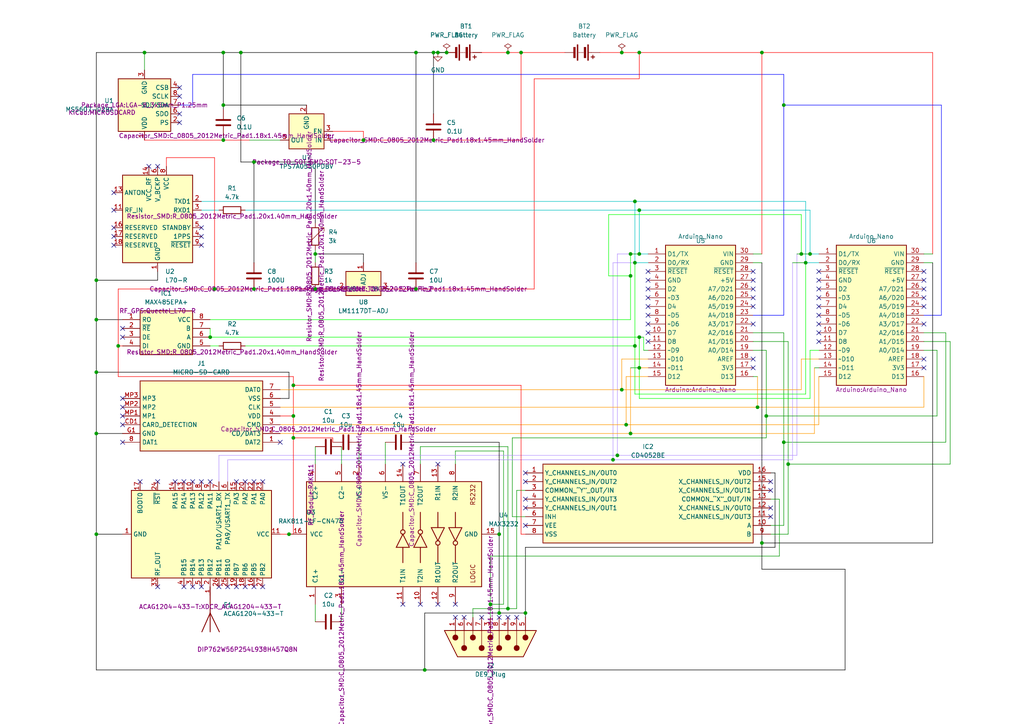
<source format=kicad_sch>
(kicad_sch (version 20231120) (generator "eeschema") (generator_version "8.0")
  (paper "A4")
  (lib_symbols
    (symbol "ACAG1204-433-T:ACAG1204-433-T" (pin_names (offset 1.016))
      (property "Reference" "E" (at 2.8004 5.8496 0))
      (property "Value" "ACAG1204-433-T" (at 2.6732 3.813 0))
      (symbol "ACAG1204-433-T_0_0"
        (pin input line (at 0 -5.08 90) (length 2.54) (name "~") (number "1"))
      )
    )
    (symbol "Arduino:Arduino_Nano"
      (property "Reference" "U" (at -10.16 24.13 0))
      (property "Value" "Arduino_Nano" (at -10.16 22.86 0))
      (symbol "Arduino_Nano_1_1"
        (pin bidirectional line (at -15.24 17.78 0) (length 5.08) (name "D1/TX") (number "1"))
        (pin bidirectional line (at -15.24 -5.08 0) (length 5.08) (name "D7") (number "10"))
        (pin bidirectional line (at -15.24 -7.62 0) (length 5.08) (name "D8") (number "11"))
        (pin bidirectional line (at -15.24 -10.16 0) (length 5.08) (name "~D9") (number "12"))
        (pin bidirectional line (at -15.24 -12.7 0) (length 5.08) (name "~D10") (number "13"))
        (pin bidirectional line (at -15.24 -15.24 0) (length 5.08) (name "~D11") (number "14"))
        (pin bidirectional line (at -15.24 -17.78 0) (length 5.08) (name "D12") (number "15"))
        (pin bidirectional line (at 15.24 -17.78 180) (length 5.08) (name "D13") (number "16"))
        (pin power_out line (at 15.24 -15.24 180) (length 5.08) (name "3V3") (number "17"))
        (pin input line (at 15.24 -12.7 180) (length 5.08) (name "AREF") (number "18"))
        (pin bidirectional line (at 15.24 -10.16 180) (length 5.08) (name "A0/D14") (number "19"))
        (pin bidirectional line (at -15.24 15.24 0) (length 5.08) (name "D0/RX") (number "2"))
        (pin bidirectional line (at 15.24 -7.62 180) (length 5.08) (name "A1/D15") (number "20"))
        (pin bidirectional line (at 15.24 -5.08 180) (length 5.08) (name "A2/D16") (number "21"))
        (pin bidirectional line (at 15.24 -2.54 180) (length 5.08) (name "A3/D17") (number "22"))
        (pin bidirectional line (at 15.24 0 180) (length 5.08) (name "A4/D18") (number "23"))
        (pin bidirectional line (at 15.24 2.54 180) (length 5.08) (name "A5/D19") (number "24"))
        (pin bidirectional line (at 15.24 5.08 180) (length 5.08) (name "A6/D20") (number "25"))
        (pin bidirectional line (at 15.24 7.62 180) (length 5.08) (name "A7/D21") (number "26"))
        (pin power_out line (at 15.24 10.16 180) (length 5.08) (name "+5V") (number "27"))
        (pin input line (at 15.24 12.7 180) (length 5.08) (name "~{RESET}") (number "28"))
        (pin power_in line (at 15.24 15.24 180) (length 5.08) (name "GND") (number "29"))
        (pin input line (at -15.24 12.7 0) (length 5.08) (name "~{RESET}") (number "3"))
        (pin power_in line (at 15.24 17.78 180) (length 5.08) (name "VIN") (number "30"))
        (pin power_in line (at -15.24 10.16 0) (length 5.08) (name "GND") (number "4"))
        (pin bidirectional line (at -15.24 7.62 0) (length 5.08) (name "D2") (number "5"))
        (pin bidirectional line (at -15.24 5.08 0) (length 5.08) (name "~D3") (number "6"))
        (pin bidirectional line (at -15.24 2.54 0) (length 5.08) (name "D4") (number "7"))
        (pin bidirectional line (at -15.24 0 0) (length 5.08) (name "~D5") (number "8"))
        (pin bidirectional line (at -15.24 -2.54 0) (length 5.08) (name "~D6") (number "9"))
      )
    )
    (symbol "CD4052BE Multiplexer:CD4052BE"
      (property "Reference" "IC" (at 67.31 7.62 0))
      (property "Value" "CD4052BE" (at 67.31 5.08 0))
      (symbol "CD4052BE_1_1"
        (pin passive line (at 0 0 0) (length 5.08) (name "Y_CHANNELS_IN/OUT0") (number "1"))
        (pin passive line (at 71.12 -15.24 180) (length 5.08) (name "A") (number "10"))
        (pin passive line (at 71.12 -12.7 180) (length 5.08) (name "X_CHANNELS_IN/OUT3") (number "11"))
        (pin passive line (at 71.12 -10.16 180) (length 5.08) (name "X_CHANNELS_IN/OUT0") (number "12"))
        (pin passive line (at 71.12 -7.62 180) (length 5.08) (name "COMMON_“X”_OUT/IN") (number "13"))
        (pin passive line (at 71.12 -5.08 180) (length 5.08) (name "X_CHANNELS_IN/OUT1") (number "14"))
        (pin passive line (at 71.12 -2.54 180) (length 5.08) (name "X_CHANNELS_IN/OUT2") (number "15"))
        (pin passive line (at 71.12 0 180) (length 5.08) (name "VDD") (number "16"))
        (pin passive line (at 0 -2.54 0) (length 5.08) (name "Y_CHANNELS_IN/OUT2") (number "2"))
        (pin passive line (at 0 -5.08 0) (length 5.08) (name "COMMON_“Y”_OUT/IN") (number "3"))
        (pin passive line (at 0 -7.62 0) (length 5.08) (name "Y_CHANNELS_IN/OUT3") (number "4"))
        (pin passive line (at 0 -10.16 0) (length 5.08) (name "Y_CHANNELS_IN/OUT1") (number "5"))
        (pin passive line (at 0 -12.7 0) (length 5.08) (name "INH") (number "6"))
        (pin passive line (at 0 -15.24 0) (length 5.08) (name "VEE") (number "7"))
        (pin passive line (at 0 -17.78 0) (length 5.08) (name "VSS") (number "8"))
        (pin passive line (at 71.12 -17.78 180) (length 5.08) (name "B") (number "9"))
      )
    )
    (symbol "Connector:DE9_Plug" (pin_names (offset 1.016) hide)
      (property "Reference" "J" (at 0 13.97 0))
      (property "Value" "DE9_Plug" (at 0 -14.605 0))
      (symbol "DE9_Plug_1_1"
        (pin passive line (at -7.62 -10.16 0) (length 3.81) (name "1") (number "1"))
        (pin passive line (at -7.62 -5.08 0) (length 3.81) (name "2") (number "2"))
        (pin passive line (at -7.62 0 0) (length 3.81) (name "3") (number "3"))
        (pin passive line (at -7.62 5.08 0) (length 3.81) (name "4") (number "4"))
        (pin passive line (at -7.62 10.16 0) (length 3.81) (name "5") (number "5"))
        (pin passive line (at -7.62 -7.62 0) (length 3.81) (name "6") (number "6"))
        (pin passive line (at -7.62 -2.54 0) (length 3.81) (name "7") (number "7"))
        (pin passive line (at -7.62 2.54 0) (length 3.81) (name "8") (number "8"))
        (pin passive line (at -7.62 7.62 0) (length 3.81) (name "9") (number "9"))
      )
    )
    (symbol "Device:Battery" (pin_numbers hide) (pin_names (offset 0) hide)
      (property "Reference" "BT" (at 2.54 2.54 0))
      (property "Value" "Battery" (at 2.54 0 0))
      (symbol "Battery_1_1"
        (pin passive line (at 0 5.08 270) (length 2.54) (name "+") (number "1"))
        (pin passive line (at 0 -5.08 90) (length 2.54) (name "-") (number "2"))
      )
    )
    (symbol "Device:C" (pin_numbers hide) (pin_names (offset 0.254))
      (property "Reference" "C" (at 0.635 2.54 0))
      (property "Value" "C" (at 0.635 -2.54 0))
      (symbol "C_1_1"
        (pin passive line (at 0 3.81 270) (length 2.794) (name "~") (number "1"))
        (pin passive line (at 0 -3.81 90) (length 2.794) (name "~") (number "2"))
      )
    )
    (symbol "Device:R" (pin_numbers hide) (pin_names (offset 0))
      (property "Reference" "R" (at 2.032 0 90))
      (property "Value" "R" (at 0 0 90))
      (symbol "R_1_1"
        (pin passive line (at 0 3.81 270) (length 1.27) (name "~") (number "1"))
        (pin passive line (at 0 -3.81 90) (length 1.27) (name "~") (number "2"))
      )
    )
    (symbol "Device:R_Variable" (pin_numbers hide) (pin_names (offset 0))
      (property "Reference" "R" (at 2.54 -2.54 90))
      (property "Value" "R_Variable" (at -2.54 -1.27 90))
      (symbol "R_Variable_1_1"
        (pin passive line (at 0 3.81 270) (length 1.27) (name "~") (number "1"))
        (pin passive line (at 0 -3.81 90) (length 1.27) (name "~") (number "2"))
      )
    )
    (symbol "Interface_UART:MAX3232" (pin_names (offset 1.016))
      (property "Reference" "U" (at -2.54 28.575 0))
      (property "Value" "MAX3232" (at -2.54 26.67 0))
      (symbol "MAX3232_0_0"
        (text "LOGIC" (at -11.43 -22.86 0) (effects (font (size 1.27 1.27))))
        (text "RS232" (at 11.43 -22.86 0) (effects (font (size 1.27 1.27))))
      )
      (symbol "MAX3232_1_1"
        (pin passive line (at -20.32 22.86 0) (length 5.08) (name "C1+") (number "1"))
        (pin input line (at -20.32 -7.62 0) (length 5.08) (name "T2IN") (number "10"))
        (pin input line (at -20.32 -2.54 0) (length 5.08) (name "T1IN") (number "11"))
        (pin output line (at -20.32 -12.7 0) (length 5.08) (name "R1OUT") (number "12"))
        (pin input line (at 20.32 -12.7 180) (length 5.08) (name "R1IN") (number "13"))
        (pin output line (at 20.32 -2.54 180) (length 5.08) (name "T1OUT") (number "14"))
        (pin power_in line (at 0 -30.48 90) (length 5.08) (name "GND") (number "15"))
        (pin power_in line (at 0 30.48 270) (length 5.08) (name "VCC") (number "16"))
        (pin power_out line (at 20.32 10.16 180) (length 5.08) (name "VS+") (number "2"))
        (pin passive line (at -20.32 15.24 0) (length 5.08) (name "C1-") (number "3"))
        (pin passive line (at 20.32 22.86 180) (length 5.08) (name "C2+") (number "4"))
        (pin passive line (at 20.32 15.24 180) (length 5.08) (name "C2-") (number "5"))
        (pin power_out line (at 20.32 2.54 180) (length 5.08) (name "VS-") (number "6"))
        (pin output line (at 20.32 -7.62 180) (length 5.08) (name "T2OUT") (number "7"))
        (pin input line (at 20.32 -17.78 180) (length 5.08) (name "R2IN") (number "8"))
        (pin output line (at -20.32 -17.78 0) (length 5.08) (name "R2OUT") (number "9"))
      )
    )
    (symbol "MAX485EPA+:MAX485EPA+"
      (property "Reference" "IC" (at 21.59 7.62 0))
      (property "Value" "MAX485EPA+" (at 21.59 5.08 0))
      (symbol "MAX485EPA+_1_1"
        (pin passive line (at 0 0 0) (length 5.08) (name "RO") (number "1"))
        (pin passive line (at 0 -2.54 0) (length 5.08) (name "~{RE}") (number "2"))
        (pin passive line (at 0 -5.08 0) (length 5.08) (name "DE") (number "3"))
        (pin passive line (at 0 -7.62 0) (length 5.08) (name "DI") (number "4"))
        (pin passive line (at 25.4 -7.62 180) (length 5.08) (name "GND") (number "5"))
        (pin passive line (at 25.4 -5.08 180) (length 5.08) (name "A") (number "6"))
        (pin passive line (at 25.4 -2.54 180) (length 5.08) (name "B") (number "7"))
        (pin passive line (at 25.4 0 180) (length 5.08) (name "VCC") (number "8"))
      )
    )
    (symbol "MICRO-SD-CARD:MICRO-SD-CARD"
      (property "Reference" "J" (at 41.91 7.62 0))
      (property "Value" "MICRO-SD-CARD" (at 41.91 5.08 0))
      (symbol "MICRO-SD-CARD_1_1"
        (pin passive line (at 0 0 0) (length 5.08) (name "DAT2") (number "1"))
        (pin passive line (at 0 -2.54 0) (length 5.08) (name "CD/DAT3") (number "2"))
        (pin passive line (at 0 -5.08 0) (length 5.08) (name "CMD") (number "3"))
        (pin passive line (at 0 -7.62 0) (length 5.08) (name "VDD") (number "4"))
        (pin passive line (at 0 -10.16 0) (length 5.08) (name "CLK") (number "5"))
        (pin passive line (at 0 -12.7 0) (length 5.08) (name "VSS") (number "6"))
        (pin passive line (at 0 -15.24 0) (length 5.08) (name "DAT0") (number "7"))
        (pin passive line (at 45.72 0 180) (length 5.08) (name "DAT1") (number "8"))
        (pin passive line (at 45.72 -5.08 180) (length 5.08) (name "CARD_DETECTION") (number "CD1"))
        (pin passive line (at 45.72 -2.54 180) (length 5.08) (name "GND") (number "G1"))
        (pin passive line (at 45.72 -7.62 180) (length 5.08) (name "MP1") (number "MP1"))
        (pin passive line (at 45.72 -10.16 180) (length 5.08) (name "MP2") (number "MP2"))
        (pin passive line (at 45.72 -12.7 180) (length 5.08) (name "MP3") (number "MP3"))
      )
    )
    (symbol "RF_GPS:L70-R"
      (property "Reference" "U" (at -10.16 13.97 0))
      (property "Value" "L70-R" (at 10.16 13.97 0))
      (symbol "L70-R_1_1"
        (pin power_in line (at 0 -15.24 90) (length 2.54) (name "GND") (number "1"))
        (pin passive line (at 0 -15.24 90) (length 2.54) hide (name "GND") (number "10"))
        (pin input line (at -12.7 2.54 0) (length 2.54) (name "RF_IN") (number "11"))
        (pin passive line (at 0 -15.24 90) (length 2.54) hide (name "GND") (number "12"))
        (pin output line (at -12.7 7.62 0) (length 2.54) (name "ANTON") (number "13"))
        (pin power_out line (at -2.54 15.24 270) (length 2.54) (name "VCC_RF") (number "14"))
        (pin no_connect line (at -10.16 0 0) (length 2.54) hide (name "NC") (number "15"))
        (pin passive line (at -12.7 -2.54 0) (length 2.54) (name "RESERVED") (number "16"))
        (pin passive line (at -12.7 -5.08 0) (length 2.54) (name "RESERVED") (number "17"))
        (pin passive line (at -12.7 -7.62 0) (length 2.54) (name "RESERVED") (number "18"))
        (pin output line (at 12.7 5.08 180) (length 2.54) (name "TXD1") (number "2"))
        (pin input line (at 12.7 2.54 180) (length 2.54) (name "RXD1") (number "3"))
        (pin output line (at 12.7 -5.08 180) (length 2.54) (name "1PPS") (number "4"))
        (pin input line (at 12.7 -2.54 180) (length 2.54) (name "STANDBY") (number "5"))
        (pin power_in line (at 0 15.24 270) (length 2.54) (name "V_BCKP") (number "6"))
        (pin no_connect line (at 10.16 0 180) (length 2.54) hide (name "NC") (number "7"))
        (pin power_in line (at 2.54 15.24 270) (length 2.54) (name "VCC") (number "8"))
        (pin input line (at 12.7 -7.62 180) (length 2.54) (name "~{RESET}") (number "9"))
      )
    )
    (symbol "RF_Module:RAK811-LF-CN470"
      (property "Reference" "U" (at 0 31.75 0))
      (property "Value" "RAK811-LF-CN470" (at 0 27.94 0))
      (symbol "RAK811-LF-CN470_0_0"
        (pin power_in line (at 0 -22.86 90) (length 2.54) (name "GND") (number "1"))
        (pin bidirectional line (at -15.24 -2.54 0) (length 2.54) (name "PA13") (number "10"))
        (pin power_in line (at 0 22.86 270) (length 2.54) (name "VCC") (number "11"))
        (pin passive line (at 0 -22.86 90) (length 2.54) hide (name "GND") (number "12"))
        (pin bidirectional line (at -15.24 -5.08 0) (length 2.54) (name "PA14") (number "13"))
        (pin bidirectional line (at -15.24 -7.62 0) (length 2.54) (name "PA15") (number "14"))
        (pin bidirectional line (at -15.24 10.16 0) (length 2.54) (name "PA3") (number "15"))
        (pin bidirectional line (at 15.24 15.24 180) (length 2.54) (name "PB5") (number "16"))
        (pin input line (at -15.24 -17.78 0) (length 2.54) (name "BOOT0") (number "17"))
        (pin bidirectional line (at 15.24 12.7 180) (length 2.54) (name "PB6") (number "18"))
        (pin bidirectional line (at 15.24 10.16 180) (length 2.54) (name "PB7") (number "19"))
        (pin bidirectional line (at 15.24 2.54 180) (length 2.54) (name "PB12") (number "2"))
        (pin bidirectional line (at -15.24 12.7 0) (length 2.54) (name "PA2") (number "20"))
        (pin passive line (at 0 -22.86 90) (length 2.54) hide (name "GND") (number "21"))
        (pin bidirectional line (at -15.24 15.24 0) (length 2.54) (name "PA1") (number "22"))
        (pin bidirectional line (at -15.24 17.78 0) (length 2.54) (name "PA0") (number "23"))
        (pin input line (at -15.24 -12.7 0) (length 2.54) (name "~{RST}") (number "24"))
        (pin bidirectional line (at 15.24 7.62 180) (length 2.54) (name "PB10") (number "25"))
        (pin bidirectional line (at 15.24 5.08 180) (length 2.54) (name "PB11") (number "26"))
        (pin bidirectional line (at 15.24 17.78 180) (length 2.54) (name "PB2") (number "27"))
        (pin passive line (at 0 -22.86 90) (length 2.54) hide (name "GND") (number "28"))
        (pin passive line (at 0 -22.86 90) (length 2.54) hide (name "GND") (number "29"))
        (pin bidirectional line (at 15.24 -2.54 180) (length 2.54) (name "PB14") (number "3"))
        (pin passive line (at 0 -22.86 90) (length 2.54) hide (name "GND") (number "30"))
        (pin passive line (at 0 -22.86 90) (length 2.54) hide (name "GND") (number "31"))
        (pin passive line (at 0 -22.86 90) (length 2.54) hide (name "GND") (number "32"))
        (pin passive line (at 15.24 -12.7 180) (length 2.54) (name "RF_OUT") (number "33"))
        (pin passive line (at 0 -22.86 90) (length 2.54) hide (name "GND") (number "34"))
        (pin bidirectional line (at 15.24 -5.08 180) (length 2.54) (name "PB15") (number "4"))
        (pin bidirectional line (at 15.24 0 180) (length 2.54) (name "PB13") (number "5"))
        (pin bidirectional line (at -15.24 7.62 0) (length 2.54) (name "PA9/USART1_TX") (number "6"))
        (pin bidirectional line (at -15.24 5.08 0) (length 2.54) (name "PA10/USART1_RX") (number "7"))
        (pin bidirectional line (at -15.24 0 0) (length 2.54) (name "PA12") (number "8"))
        (pin bidirectional line (at -15.24 2.54 0) (length 2.54) (name "PA11") (number "9"))
      )
    )
    (symbol "Regulator_Linear:LM1117DT-ADJ"
      (property "Reference" "U" (at -3.81 3.175 0))
      (property "Value" "LM1117DT-ADJ" (at 0 3.175 0))
      (symbol "LM1117DT-ADJ_1_1"
        (pin input line (at 0 -7.62 90) (length 2.54) (name "ADJ") (number "1"))
        (pin power_out line (at 7.62 0 180) (length 2.54) (name "VO") (number "2"))
        (pin power_in line (at -7.62 0 0) (length 2.54) (name "VI") (number "3"))
      )
    )
    (symbol "Regulator_Linear:TPS7A0530PDBV"
      (property "Reference" "U" (at -3.81 6.35 0))
      (property "Value" "TPS7A0530PDBV" (at 6.35 6.35 0))
      (symbol "TPS7A0530PDBV_0_1"
        (pin power_in line (at -7.62 2.54 0) (length 2.54) (name "IN") (number "1"))
        (pin power_in line (at 0 -7.62 90) (length 2.54) (name "GND") (number "2"))
        (pin input line (at -7.62 0 0) (length 2.54) (name "EN") (number "3"))
        (pin no_connect line (at 5.08 0 180) (length 2.54) hide (name "NC") (number "4"))
        (pin power_out line (at 7.62 2.54 180) (length 2.54) (name "OUT") (number "5"))
      )
    )
    (symbol "Sensor_Pressure:MS5607-02BA"
      (property "Reference" "U" (at -6.35 8.89 0))
      (property "Value" "MS5607-02BA" (at 7.62 8.89 0))
      (symbol "MS5607-02BA_1_1"
        (pin power_in line (at 0 10.16 270) (length 2.54) (name "VDD") (number "1"))
        (pin input line (at -10.16 5.08 0) (length 2.54) (name "PS") (number "2"))
        (pin power_in line (at 0 -10.16 90) (length 2.54) (name "GND") (number "3"))
        (pin input line (at -10.16 -5.08 0) (length 2.54) (name "CSB") (number "4"))
        (pin input line (at -10.16 -5.08 0) (length 2.54) hide (name "CSB") (number "5"))
        (pin output line (at -10.16 2.54 0) (length 2.54) (name "SDO") (number "6"))
        (pin bidirectional line (at -10.16 0 0) (length 2.54) (name "SDI/SDA") (number "7"))
        (pin input line (at -10.16 -2.54 0) (length 2.54) (name "SCLK") (number "8"))
      )
    )
    (symbol "power:GND" (power) (pin_numbers hide) (pin_names (offset 0) hide)
      (property "Value" "GND" (at 0 -3.81 0))
      (symbol "GND_1_1"
        (pin power_in line (at 0 0 270) (length 0) (name "~") (number "1"))
      )
    )
    (symbol "power:PWR_FLAG" (power) (pin_numbers hide) (pin_names (offset 0) hide)
      (property "Value" "PWR_FLAG" (at 0 3.81 0))
      (symbol "PWR_FLAG_0_0"
        (pin power_out line (at 0 0 90) (length 0) (name "~") (number "1"))
      )
    )
  )
  (junction (at 27.94 125.73))
  (junction (at 227.33 128.27))
  (junction (at 181.61 123.19))
  (junction (at 85.09 127))
  (junction (at 127 15.24))
  (junction (at 185.42 106.68))
  (junction (at 152.4 177.8))
  (junction (at 222.25 120.65))
  (junction (at 34.29 100.33))
  (junction (at 147.32 176.53))
  (junction (at 185.42 73.66))
  (junction (at 234.95 73.66))
  (junction (at 184.15 76.2))
  (junction (at 91.44 83.82))
  (junction (at 62.23 83.82))
  (junction (at 27.94 81.28))
  (junction (at 85.09 120.65))
  (junction (at 179.07 132.08))
  (junction (at 184.15 58.42))
  (junction (at 220.98 157.48))
  (junction (at 120.65 83.82))
  (junction (at 60.96 97.79))
  (junction (at 73.66 46.99))
  (junction (at 185.42 60.96))
  (junction (at 177.8 133.35))
  (junction (at 142.24 175.26))
  (junction (at 219.71 118.11))
  (junction (at 120.65 15.24))
  (junction (at 27.94 154.94))
  (junction (at 185.42 97.79))
  (junction (at 125.73 40.64))
  (junction (at 144.78 177.8))
  (junction (at 184.15 100.33))
  (junction (at 64.77 40.64))
  (junction (at 180.34 15.24))
  (junction (at 220.98 15.24))
  (junction (at 83.82 154.94))
  (junction (at 151.13 15.24))
  (junction (at 144.78 154.94))
  (junction (at 123.19 194.31))
  (junction (at 41.91 15.24))
  (junction (at 232.41 73.66))
  (junction (at 182.88 73.66))
  (junction (at 147.32 15.24))
  (junction (at 91.44 73.66))
  (junction (at 233.68 76.2))
  (junction (at 27.94 92.71))
  (junction (at 64.77 15.24))
  (junction (at 69.85 15.24))
  (junction (at 27.94 107.95))
  (junction (at 228.6 134.62))
  (junction (at 129.54 15.24))
  (junction (at 125.73 15.24))
  (junction (at 85.09 111.76))
  (junction (at 180.34 113.03))
  (junction (at 227.33 30.48))
  (junction (at 182.88 125.73))
  (junction (at 64.77 30.48))
  (junction (at 73.66 83.82))
  (junction (at 105.41 40.64))
  (junction (at 182.88 80.01))
  (junction (at 185.42 15.24))
  (no_connect (at 218.44 83.82))
  (no_connect (at 127 134.62))
  (no_connect (at 218.44 88.9))
  (no_connect (at 152.4 144.78))
  (no_connect (at 187.96 93.98))
  (no_connect (at 149.86 179.07))
  (no_connect (at 71.12 170.18))
  (no_connect (at 218.44 78.74))
  (no_connect (at 223.52 142.24))
  (no_connect (at 139.7 179.07))
  (no_connect (at 35.56 95.25))
  (no_connect (at 187.96 88.9))
  (no_connect (at 237.49 96.52))
  (no_connect (at 53.34 139.7))
  (no_connect (at 45.72 48.26))
  (no_connect (at 267.97 83.82))
  (no_connect (at 35.56 118.11))
  (no_connect (at 76.2 170.18))
  (no_connect (at 267.97 93.98))
  (no_connect (at 152.4 137.16))
  (no_connect (at 132.08 175.26))
  (no_connect (at 63.5 170.18))
  (no_connect (at 81.28 128.27))
  (no_connect (at 218.44 81.28))
  (no_connect (at 52.07 35.56))
  (no_connect (at 134.62 179.07))
  (no_connect (at 73.66 139.7))
  (no_connect (at 237.49 99.06))
  (no_connect (at 237.49 88.9))
  (no_connect (at 237.49 93.98))
  (no_connect (at 52.07 25.4))
  (no_connect (at 53.34 170.18))
  (no_connect (at 58.42 68.58))
  (no_connect (at 40.64 139.7))
  (no_connect (at 58.42 170.18))
  (no_connect (at 187.96 91.44))
  (no_connect (at 35.56 115.57))
  (no_connect (at 35.56 97.79))
  (no_connect (at 144.78 179.07))
  (no_connect (at 152.4 139.7))
  (no_connect (at 218.44 104.14))
  (no_connect (at 267.97 104.14))
  (no_connect (at 237.49 81.28))
  (no_connect (at 187.96 81.28))
  (no_connect (at 127 175.26))
  (no_connect (at 121.92 175.26))
  (no_connect (at 187.96 83.82))
  (no_connect (at 267.97 78.74))
  (no_connect (at 116.84 134.62))
  (no_connect (at 237.49 86.36))
  (no_connect (at 66.04 170.18))
  (no_connect (at 132.08 179.07))
  (no_connect (at 267.97 88.9))
  (no_connect (at 33.02 60.96))
  (no_connect (at 68.58 139.7))
  (no_connect (at 55.88 170.18))
  (no_connect (at 237.49 83.82))
  (no_connect (at 187.96 96.52))
  (no_connect (at 223.52 149.86))
  (no_connect (at 50.8 139.7))
  (no_connect (at 218.44 93.98))
  (no_connect (at 267.97 86.36))
  (no_connect (at 43.18 48.26))
  (no_connect (at 187.96 86.36))
  (no_connect (at 33.02 66.04))
  (no_connect (at 35.56 123.19))
  (no_connect (at 267.97 106.68))
  (no_connect (at 58.42 139.7))
  (no_connect (at 52.07 33.02))
  (no_connect (at 35.56 128.27))
  (no_connect (at 116.84 175.26))
  (no_connect (at 33.02 71.12))
  (no_connect (at 58.42 66.04))
  (no_connect (at 152.4 147.32))
  (no_connect (at 223.52 139.7))
  (no_connect (at 35.56 120.65))
  (no_connect (at 33.02 68.58))
  (no_connect (at 152.4 152.4))
  (no_connect (at 267.97 81.28))
  (no_connect (at 237.49 91.44))
  (no_connect (at 76.2 139.7))
  (no_connect (at 45.72 170.18))
  (no_connect (at 68.58 170.18))
  (no_connect (at 218.44 106.68))
  (no_connect (at 60.96 139.7))
  (no_connect (at 218.44 86.36))
  (no_connect (at 73.66 170.18))
  (no_connect (at 187.96 78.74))
  (no_connect (at 58.42 71.12))
  (no_connect (at 33.02 55.88))
  (no_connect (at 71.12 139.7))
  (no_connect (at 187.96 99.06))
  (no_connect (at 45.72 139.7))
  (no_connect (at 223.52 147.32))
  (no_connect (at 55.88 139.7))
  (no_connect (at 147.32 179.07))
  (no_connect (at 52.07 27.94))
  (no_connect (at 237.49 78.74))
  (wire (pts (xy 220.98 165.1) (xy 220.98 157.48)) (stroke (width 0) (color 0 0 0 1)))
  (wire (pts (xy 125.73 40.64) (xy 151.13 40.64)) (stroke (width 0) (color 255 0 0 1)))
  (wire (pts (xy 151.13 154.94) (xy 152.4 154.94)) (stroke (width 0) (color 255 0 0 1)))
  (wire (pts (xy 234.95 60.96) (xy 234.95 73.66)) (stroke (width 0) (color 0 194 194 1)))
  (wire (pts (xy 182.88 125.73) (xy 182.88 106.68)) (stroke (width 0) (color 255 153 0 1)))
  (wire (pts (xy 220.98 76.2) (xy 220.98 157.48)) (stroke (width 0) (color 0 0 0 1)))
  (wire (pts (xy 176.53 80.01) (xy 176.53 62.23)) (stroke (width 0) (color 0 255 0 1)))
  (wire (pts (xy 34.29 83.82) (xy 34.29 100.33)) (stroke (width 0) (color 255 0 0 1)))
  (wire (pts (xy 180.34 15.24) (xy 185.42 15.24)) (stroke (width 0) (color 255 0 0 1)))
  (wire (pts (xy 81.28 113.03) (xy 180.34 113.03)) (stroke (width 0) (color 255 153 0 1)))
  (wire (pts (xy 27.94 194.31) (xy 123.19 194.31)) (stroke (width 0) (color 0 0 0 1)))
  (wire (pts (xy 27.94 154.94) (xy 27.94 194.31)) (stroke (width 0) (color 0 0 0 1)))
  (wire (pts (xy 55.88 30.48) (xy 52.07 30.48)) (stroke (width 0) (color 0 0 255 1)))
  (wire (pts (xy 148.59 127) (xy 222.25 127)))
  (wire (pts (xy 181.61 109.22) (xy 187.96 109.22)) (stroke (width 0) (color 255 153 0 1)))
  (wire (pts (xy 185.42 106.68) (xy 185.42 115.57)) (stroke (width 0) (color 0 255 0 1)))
  (wire (pts (xy 245.11 165.1) (xy 245.11 194.31)) (stroke (width 0) (color 0 0 0 1)))
  (wire (pts (xy 184.15 114.3) (xy 233.68 114.3)) (stroke (width 0) (color 0 255 0 1)))
  (wire (pts (xy 219.71 109.22) (xy 218.44 109.22)))
  (wire (pts (xy 219.71 118.11) (xy 267.97 118.11)) (stroke (width 0) (color 255 153 0 1)))
  (wire (pts (xy 83.82 107.95) (xy 83.82 115.57)) (stroke (width 0) (color 0 0 0 1)))
  (wire (pts (xy 176.53 80.01) (xy 182.88 80.01)) (stroke (width 0) (color 0 255 0 1)))
  (wire (pts (xy 227.33 128.27) (xy 227.33 96.52)))
  (wire (pts (xy 267.97 118.11) (xy 267.97 109.22)) (stroke (width 0) (color 255 153 0 1)))
  (wire (pts (xy 71.12 60.96) (xy 185.42 60.96)) (stroke (width 0) (color 0 194 194 1)))
  (wire (pts (xy 81.28 125.73) (xy 182.88 125.73)) (stroke (width 0) (color 255 153 0 1)))
  (wire (pts (xy 105.41 38.1) (xy 96.52 38.1)) (stroke (width 0) (color 255 0 0 1)))
  (wire (pts (xy 179.07 132.08) (xy 179.07 73.66)) (stroke (width 0) (color 178 143 255 1)))
  (wire (pts (xy 224.79 158.75) (xy 224.79 137.16)) (stroke (width 0) (color 0 0 0 1)))
  (wire (pts (xy 105.41 40.64) (xy 125.73 40.64)) (stroke (width 0) (color 255 0 0 1)))
  (wire (pts (xy 142.24 161.29) (xy 226.06 161.29)))
  (wire (pts (xy 48.26 45.72) (xy 48.26 48.26)) (stroke (width 0) (color 255 0 0 1)))
  (wire (pts (xy 232.41 104.14) (xy 237.49 104.14)) (stroke (width 0) (color 255 153 0 1)))
  (wire (pts (xy 137.16 176.53) (xy 137.16 179.07)))
  (wire (pts (xy 144.78 128.27) (xy 144.78 154.94)) (stroke (width 0) (color 0 0 0 1)))
  (wire (pts (xy 228.6 134.62) (xy 275.59 134.62)))
  (wire (pts (xy 72.39 40.64) (xy 81.28 40.64)))
  (wire (pts (xy 64.77 30.48) (xy 64.77 31.75)) (stroke (width 0) (color 0 0 0 1)))
  (wire (pts (xy 27.94 92.71) (xy 35.56 92.71)) (stroke (width 0) (color 0 0 0 1)))
  (wire (pts (xy 271.78 101.6) (xy 267.97 101.6)))
  (wire (pts (xy 144.78 154.94) (xy 144.78 177.8)) (stroke (width 0) (color 0 0 0 1)))
  (wire (pts (xy 273.05 30.48) (xy 273.05 91.44)) (stroke (width 0) (color 0 0 255 1)))
  (wire (pts (xy 236.22 125.73) (xy 236.22 106.68)) (stroke (width 0) (color 255 153 0 1)))
  (wire (pts (xy 120.65 15.24) (xy 125.73 15.24)) (stroke (width 0) (color 0 0 0 1)))
  (wire (pts (xy 227.33 152.4) (xy 227.33 128.27)))
  (wire (pts (xy 63.5 139.7) (xy 63.5 132.08)) (stroke (width 0) (color 178 143 255 1)))
  (wire (pts (xy 41.91 15.24) (xy 64.77 15.24)) (stroke (width 0) (color 0 0 0 1)))
  (wire (pts (xy 152.4 177.8) (xy 152.4 179.07)) (stroke (width 0) (color 0 0 0 1)))
  (wire (pts (xy 104.14 128.27) (xy 104.14 134.62)))
  (wire (pts (xy 139.7 15.24) (xy 147.32 15.24)) (stroke (width 0) (color 255 0 0 1)))
  (wire (pts (xy 267.97 76.2) (xy 270.51 76.2)))
  (wire (pts (xy 273.05 91.44) (xy 267.97 91.44)) (stroke (width 0) (color 0 0 255 1)))
  (wire (pts (xy 123.19 177.8) (xy 144.78 177.8)) (stroke (width 0) (color 0 0 0 1)))
  (wire (pts (xy 227.33 96.52) (xy 218.44 96.52)))
  (wire (pts (xy 149.86 142.24) (xy 152.4 142.24)))
  (wire (pts (xy 69.85 15.24) (xy 120.65 15.24)) (stroke (width 0) (color 0 0 0 1)))
  (wire (pts (xy 274.32 96.52) (xy 267.97 96.52)))
  (wire (pts (xy 147.32 129.54) (xy 147.32 176.53)))
  (wire (pts (xy 228.6 154.94) (xy 228.6 134.62)))
  (wire (pts (xy 147.32 15.24) (xy 151.13 15.24)) (stroke (width 0) (color 255 0 0 1)))
  (wire (pts (xy 232.41 73.66) (xy 234.95 73.66)))
  (wire (pts (xy 27.94 107.95) (xy 83.82 107.95)) (stroke (width 0) (color 0 0 0 1)))
  (wire (pts (xy 62.23 83.82) (xy 62.23 45.72)) (stroke (width 0) (color 255 0 0 1)))
  (wire (pts (xy 121.92 134.62) (xy 121.92 129.54)))
  (wire (pts (xy 60.96 95.25) (xy 60.96 97.79)) (stroke (width 0) (color 0 255 0 1)))
  (wire (pts (xy 181.61 123.19) (xy 237.49 123.19)) (stroke (width 0) (color 255 153 0 1)))
  (wire (pts (xy 152.4 149.86) (xy 148.59 149.86)))
  (wire (pts (xy 181.61 123.19) (xy 181.61 109.22)) (stroke (width 0) (color 255 153 0 1)))
  (wire (pts (xy 85.09 127) (xy 85.09 154.94)) (stroke (width 0) (color 255 0 0 1)))
  (wire (pts (xy 64.77 15.24) (xy 64.77 30.48)) (stroke (width 0) (color 0 0 0 1)))
  (wire (pts (xy 34.29 109.22) (xy 85.09 109.22)) (stroke (width 0) (color 255 0 0 1)))
  (wire (pts (xy 232.41 62.23) (xy 232.41 73.66)) (stroke (width 0) (color 0 255 0 1)))
  (wire (pts (xy 152.4 177.8) (xy 152.4 158.75)) (stroke (width 0) (color 0 0 0 1)))
  (wire (pts (xy 186.69 101.6) (xy 187.96 101.6)))
  (wire (pts (xy 228.6 99.06) (xy 218.44 99.06)))
  (wire (pts (xy 237.49 123.19) (xy 237.49 109.22)) (stroke (width 0) (color 255 153 0 1)))
  (wire (pts (xy 185.42 60.96) (xy 185.42 73.66)) (stroke (width 0) (color 0 194 194 1)))
  (wire (pts (xy 185.42 106.68) (xy 187.96 106.68)) (stroke (width 0) (color 255 153 0 1)))
  (wire (pts (xy 222.25 101.6) (xy 218.44 101.6)))
  (wire (pts (xy 55.88 21.59) (xy 55.88 30.48)) (stroke (width 0) (color 0 0 255 1)))
  (wire (pts (xy 182.88 73.66) (xy 182.88 80.01)) (stroke (width 0) (color 0 255 0 1)))
  (wire (pts (xy 270.51 73.66) (xy 267.97 73.66)))
  (wire (pts (xy 275.59 134.62) (xy 275.59 99.06)))
  (wire (pts (xy 229.87 76.2) (xy 233.68 76.2)))
  (wire (pts (xy 147.32 176.53) (xy 149.86 176.53)))
  (wire (pts (xy 184.15 58.42) (xy 184.15 76.2)) (stroke (width 0) (color 0 194 194 1)))
  (wire (pts (xy 182.88 125.73) (xy 236.22 125.73)) (stroke (width 0) (color 255 153 0 1)))
  (wire (pts (xy 234.95 73.66) (xy 237.49 73.66)) (stroke (width 0) (color 0 194 194 1)))
  (wire (pts (xy 27.94 107.95) (xy 27.94 125.73)) (stroke (width 0) (color 0 0 0 1)))
  (wire (pts (xy 64.77 15.24) (xy 69.85 15.24)) (stroke (width 0) (color 0 0 0 1)))
  (wire (pts (xy 41.91 40.64) (xy 64.77 40.64)) (stroke (width 0) (color 255 0 0 1)))
  (wire (pts (xy 274.32 128.27) (xy 274.32 96.52)))
  (wire (pts (xy 111.76 128.27) (xy 111.76 134.62)))
  (wire (pts (xy 234.95 115.57) (xy 234.95 101.6)) (stroke (width 0) (color 0 255 0 1)))
  (wire (pts (xy 96.52 127) (xy 96.52 128.27)) (stroke (width 0) (color 255 0 0 1)))
  (wire (pts (xy 232.41 113.03) (xy 232.41 104.14)) (stroke (width 0) (color 255 153 0 1)))
  (wire (pts (xy 64.77 30.48) (xy 88.9 30.48)) (stroke (width 0) (color 0 0 0 1)))
  (wire (pts (xy 142.24 175.26) (xy 142.24 179.07)))
  (wire (pts (xy 176.53 62.23) (xy 232.41 62.23)) (stroke (width 0) (color 0 255 0 1)))
  (wire (pts (xy 105.41 40.64) (xy 105.41 38.1)) (stroke (width 0) (color 255 0 0 1)))
  (wire (pts (xy 66.04 133.35) (xy 177.8 133.35)) (stroke (width 0) (color 178 143 255 1)))
  (wire (pts (xy 219.71 118.11) (xy 219.71 109.22)) (stroke (width 0) (color 255 153 0 1)))
  (wire (pts (xy 60.96 100.33) (xy 63.5 100.33)) (stroke (width 0) (color 0 255 0 1)))
  (wire (pts (xy 231.14 132.08) (xy 231.14 73.66)) (stroke (width 0) (color 178 143 255 1)))
  (wire (pts (xy 180.34 113.03) (xy 232.41 113.03)) (stroke (width 0) (color 255 153 0 1)))
  (wire (pts (xy 222.25 120.65) (xy 222.25 101.6)))
  (wire (pts (xy 34.29 100.33) (xy 34.29 109.22)) (stroke (width 0) (color 255 0 0 1)))
  (wire (pts (xy 173.99 15.24) (xy 180.34 15.24)) (stroke (width 0) (color 255 0 0 1)))
  (wire (pts (xy 105.41 76.2) (xy 105.41 73.66)) (stroke (width 0) (color 0 0 0 1)))
  (wire (pts (xy 127 15.24) (xy 129.54 15.24)) (stroke (width 0) (color 0 0 0 1)))
  (wire (pts (xy 227.33 128.27) (xy 274.32 128.27)))
  (wire (pts (xy 227.33 21.59) (xy 227.33 30.48)) (stroke (width 0) (color 0 0 255 1)))
  (wire (pts (xy 127 15.24) (xy 129.54 15.24)))
  (wire (pts (xy 144.78 128.27) (xy 119.38 128.27)) (stroke (width 0) (color 0 0 0 1)))
  (wire (pts (xy 271.78 120.65) (xy 271.78 101.6)))
  (wire (pts (xy 83.82 115.57) (xy 81.28 115.57)) (stroke (width 0) (color 0 0 0 1)))
  (wire (pts (xy 99.06 180.34) (xy 99.06 175.26)))
  (wire (pts (xy 223.52 154.94) (xy 228.6 154.94)))
  (wire (pts (xy 66.04 139.7) (xy 66.04 133.35)) (stroke (width 0) (color 178 143 255 1)))
  (wire (pts (xy 146.05 130.81) (xy 146.05 175.26)))
  (wire (pts (xy 154.94 22.86) (xy 154.94 83.82)) (stroke (width 0) (color 255 0 0 1)))
  (wire (pts (xy 220.98 15.24) (xy 220.98 73.66)) (stroke (width 0) (color 255 0 0 1)))
  (wire (pts (xy 85.09 127) (xy 96.52 127)) (stroke (width 0) (color 255 0 0 1)))
  (wire (pts (xy 91.44 72.39) (xy 91.44 73.66)))
  (wire (pts (xy 177.8 76.2) (xy 177.8 133.35)) (stroke (width 0) (color 178 143 255 1)))
  (wire (pts (xy 180.34 104.14) (xy 187.96 104.14)) (stroke (width 0) (color 255 153 0 1)))
  (wire (pts (xy 55.88 21.59) (xy 227.33 21.59)) (stroke (width 0) (color 0 0 255 1)))
  (wire (pts (xy 226.06 144.78) (xy 223.52 144.78)))
  (wire (pts (xy 224.79 137.16) (xy 223.52 137.16)) (stroke (width 0) (color 0 0 0 1)))
  (wire (pts (xy 184.15 100.33) (xy 184.15 76.2)) (stroke (width 0) (color 0 255 0 1)))
  (wire (pts (xy 27.94 15.24) (xy 27.94 81.28)) (stroke (width 0) (color 0 0 0 1)))
  (wire (pts (xy 120.65 83.82) (xy 113.03 83.82)) (stroke (width 0) (color 255 0 0 1)))
  (wire (pts (xy 142.24 175.26) (xy 142.24 161.29)))
  (wire (pts (xy 220.98 157.48) (xy 270.51 157.48)) (stroke (width 0) (color 0 0 0 1)))
  (wire (pts (xy 60.96 97.79) (xy 185.42 97.79)) (stroke (width 0) (color 0 255 0 1)))
  (wire (pts (xy 182.88 106.68) (xy 185.42 106.68)))
  (wire (pts (xy 270.51 15.24) (xy 270.51 73.66)) (stroke (width 0) (color 255 0 0 1)))
  (wire (pts (xy 69.85 46.99) (xy 73.66 46.99)) (stroke (width 0) (color 0 0 0 1)))
  (wire (pts (xy 91.44 73.66) (xy 91.44 76.2)))
  (wire (pts (xy 231.14 73.66) (xy 232.41 73.66)))
  (wire (pts (xy 85.09 111.76) (xy 85.09 120.65)) (stroke (width 0) (color 255 0 0 1)))
  (wire (pts (xy 62.23 45.72) (xy 48.26 45.72)) (stroke (width 0) (color 255 0 0 1)))
  (wire (pts (xy 226.06 161.29) (xy 226.06 144.78)))
  (wire (pts (xy 132.08 130.81) (xy 146.05 130.81)))
  (wire (pts (xy 137.16 176.53) (xy 147.32 176.53)))
  (wire (pts (xy 125.73 15.24) (xy 127 15.24)))
  (wire (pts (xy 99.06 129.54) (xy 99.06 134.62)))
  (wire (pts (xy 245.11 165.1) (xy 220.98 165.1)) (stroke (width 0) (color 0 0 0 1)))
  (wire (pts (xy 236.22 106.68) (xy 237.49 106.68)))
  (wire (pts (xy 184.15 76.2) (xy 187.96 76.2)) (stroke (width 0) (color 0 194 194 1)))
  (wire (pts (xy 227.33 30.48) (xy 273.05 30.48)) (stroke (width 0) (color 0 0 255 1)))
  (wire (pts (xy 222.25 120.65) (xy 271.78 120.65)))
  (wire (pts (xy 27.94 125.73) (xy 27.94 154.94)) (stroke (width 0) (color 0 0 0 1)))
  (wire (pts (xy 185.42 15.24) (xy 220.98 15.24)) (stroke (width 0) (color 255 0 0 1)))
  (wire (pts (xy 125.73 15.24) (xy 127 15.24)) (stroke (width 0) (color 0 0 0 1)))
  (wire (pts (xy 229.87 133.35) (xy 229.87 76.2)) (stroke (width 0) (color 178 143 255 1)))
  (wire (pts (xy 27.94 92.71) (xy 27.94 107.95)) (stroke (width 0) (color 0 0 0 1)))
  (wire (pts (xy 186.69 97.79) (xy 186.69 101.6)) (stroke (width 0) (color 0 255 0 1)))
  (wire (pts (xy 64.77 40.64) (xy 72.39 40.64)) (stroke (width 0) (color 255 0 0 1)))
  (wire (pts (xy 96.52 40.64) (xy 105.41 40.64)) (stroke (width 0) (color 255 0 0 1)))
  (wire (pts (xy 91.44 46.99) (xy 91.44 64.77)) (stroke (width 0) (color 0 0 0 1)))
  (wire (pts (xy 223.52 152.4) (xy 227.33 152.4)))
  (wire (pts (xy 97.79 83.82) (xy 91.44 83.82)) (stroke (width 0) (color 255 0 0 1)))
  (wire (pts (xy 41.91 15.24) (xy 41.91 20.32)))
  (wire (pts (xy 123.19 194.31) (xy 245.11 194.31)) (stroke (width 0) (color 0 0 0 1)))
  (wire (pts (xy 148.59 149.86) (xy 148.59 127)))
  (wire (pts (xy 184.15 58.42) (xy 233.68 58.42)) (stroke (width 0) (color 0 194 194 1)))
  (wire (pts (xy 228.6 134.62) (xy 228.6 99.06)))
  (wire (pts (xy 81.28 118.11) (xy 219.71 118.11)) (stroke (width 0) (color 255 153 0 1)))
  (wire (pts (xy 83.82 154.94) (xy 85.09 154.94)) (stroke (width 0) (color 255 0 0 1)))
  (wire (pts (xy 146.05 175.26) (xy 142.24 175.26)))
  (wire (pts (xy 73.66 46.99) (xy 73.66 76.2)) (stroke (width 0) (color 0 0 0 1)))
  (wire (pts (xy 27.94 154.94) (xy 35.56 154.94)) (stroke (width 0) (color 0 0 0 1)))
  (wire (pts (xy 185.42 97.79) (xy 186.69 97.79)))
  (wire (pts (xy 184.15 100.33) (xy 184.15 114.3)) (stroke (width 0) (color 0 255 0 1)))
  (wire (pts (xy 151.13 15.24) (xy 151.13 40.64)) (stroke (width 0) (color 255 0 0 1)))
  (wire (pts (xy 222.25 127) (xy 222.25 120.65)))
  (wire (pts (xy 275.59 99.06) (xy 267.97 99.06)))
  (wire (pts (xy 179.07 73.66) (xy 182.88 73.66)) (stroke (width 0) (color 178 143 255 1)))
  (wire (pts (xy 81.28 154.94) (xy 83.82 154.94)) (stroke (width 0) (color 255 0 0 1)))
  (wire (pts (xy 27.94 81.28) (xy 27.94 92.71)) (stroke (width 0) (color 0 0 0 1)))
  (wire (pts (xy 121.92 129.54) (xy 147.32 129.54)))
  (wire (pts (xy 73.66 46.99) (xy 91.44 46.99)) (stroke (width 0) (color 0 0 0 1)))
  (wire (pts (xy 151.13 15.24) (xy 163.83 15.24)) (stroke (width 0) (color 255 0 0 1)))
  (wire (pts (xy 41.91 15.24) (xy 27.94 15.24)) (stroke (width 0) (color 0 0 0 1)))
  (wire (pts (xy 177.8 76.2) (xy 184.15 76.2)) (stroke (width 0) (color 178 143 255 1)))
  (wire (pts (xy 63.5 132.08) (xy 179.07 132.08)) (stroke (width 0) (color 178 143 255 1)))
  (wire (pts (xy 132.08 130.81) (xy 132.08 134.62)))
  (wire (pts (xy 105.41 73.66) (xy 91.44 73.66)) (stroke (width 0) (color 0 0 0 1)))
  (wire (pts (xy 58.42 58.42) (xy 184.15 58.42)) (stroke (width 0) (color 0 194 194 1)))
  (wire (pts (xy 81.28 120.65) (xy 85.09 120.65)) (stroke (width 0) (color 255 0 0 1)))
  (wire (pts (xy 218.44 91.44) (xy 227.33 91.44)) (stroke (width 0) (color 0 0 255 1)))
  (wire (pts (xy 91.44 175.26) (xy 91.44 180.34)))
  (wire (pts (xy 185.42 115.57) (xy 234.95 115.57)) (stroke (width 0) (color 0 255 0 1)))
  (wire (pts (xy 233.68 76.2) (xy 237.49 76.2)) (stroke (width 0) (color 0 194 194 1)))
  (wire (pts (xy 185.42 97.79) (xy 185.42 106.68)) (stroke (width 0) (color 0 255 0 1)))
  (wire (pts (xy 218.44 76.2) (xy 220.98 76.2)))
  (wire (pts (xy 91.44 129.54) (xy 91.44 134.62)))
  (wire (pts (xy 177.8 133.35) (xy 229.87 133.35)) (stroke (width 0) (color 178 143 255 1)))
  (wire (pts (xy 120.65 15.24) (xy 120.65 76.2)) (stroke (width 0) (color 0 0 0 1)))
  (wire (pts (xy 182.88 73.66) (xy 185.42 73.66)))
  (wire (pts (xy 233.68 114.3) (xy 233.68 76.2)) (stroke (width 0) (color 0 255 0 1)))
  (wire (pts (xy 120.65 83.82) (xy 154.94 83.82)) (stroke (width 0) (color 255 0 0 1)))
  (wire (pts (xy 185.42 73.66) (xy 187.96 73.66)) (stroke (width 0) (color 0 194 194 1)))
  (wire (pts (xy 179.07 132.08) (xy 231.14 132.08)) (stroke (width 0) (color 178 143 255 1)))
  (wire (pts (xy 144.78 177.8) (xy 152.4 177.8)) (stroke (width 0) (color 0 0 0 1)))
  (wire (pts (xy 69.85 15.24) (xy 69.85 46.99)) (stroke (width 0) (color 0 0 0 1)))
  (wire (pts (xy 64.77 39.37) (xy 64.77 40.64)))
  (wire (pts (xy 125.73 15.24) (xy 125.73 33.02)) (stroke (width 0) (color 0 0 0 1)))
  (wire (pts (xy 220.98 73.66) (xy 218.44 73.66)))
  (wire (pts (xy 151.13 111.76) (xy 151.13 154.94)) (stroke (width 0) (color 255 0 0 1)))
  (wire (pts (xy 85.09 120.65) (xy 85.09 127)) (stroke (width 0) (color 255 0 0 1)))
  (wire (pts (xy 81.28 123.19) (xy 181.61 123.19)) (stroke (width 0) (color 255 153 0 1)))
  (wire (pts (xy 34.29 83.82) (xy 62.23 83.82)) (stroke (width 0) (color 255 0 0 1)))
  (wire (pts (xy 27.94 81.28) (xy 45.72 81.28)) (stroke (width 0) (color 0 0 0 1)))
  (wire (pts (xy 270.51 157.48) (xy 270.51 76.2)) (stroke (width 0) (color 0 0 0 1)))
  (wire (pts (xy 185.42 22.86) (xy 154.94 22.86)) (stroke (width 0) (color 255 0 0 1)))
  (wire (pts (xy 85.09 109.22) (xy 85.09 111.76)) (stroke (width 0) (color 255 0 0 1)))
  (wire (pts (xy 123.19 177.8) (xy 123.19 194.31)) (stroke (width 0) (color 0 0 0 1)))
  (wire (pts (xy 27.94 125.73) (xy 35.56 125.73)) (stroke (width 0) (color 0 0 0 1)))
  (wire (pts (xy 227.33 91.44) (xy 227.33 30.48)) (stroke (width 0) (color 0 0 255 1)))
  (wire (pts (xy 71.12 100.33) (xy 184.15 100.33)) (stroke (width 0) (color 0 255 0 1)))
  (wire (pts (xy 220.98 15.24) (xy 270.51 15.24)) (stroke (width 0) (color 255 0 0 1)))
  (wire (pts (xy 234.95 101.6) (xy 237.49 101.6)) (stroke (width 0) (color 0 255 0 1)))
  (wire (pts (xy 34.29 100.33) (xy 35.56 100.33)) (stroke (width 0) (color 255 0 0 1)))
  (wire (pts (xy 182.88 92.71) (xy 182.88 80.01)) (stroke (width 0) (color 0 255 0 1)))
  (wire (pts (xy 91.44 83.82) (xy 73.66 83.82)) (stroke (width 0) (color 255 0 0 1)))
  (wire (pts (xy 185.42 15.24) (xy 185.42 22.86)) (stroke (width 0) (color 255 0 0 1)))
  (wire (pts (xy 149.86 176.53) (xy 149.86 142.24)))
  (wire (pts (xy 45.72 81.28) (xy 45.72 78.74)) (stroke (width 0) (color 0 0 0 1)))
  (wire (pts (xy 185.42 60.96) (xy 234.95 60.96)) (stroke (width 0) (color 0 194 194 1)))
  (wire (pts (xy 152.4 158.75) (xy 224.79 158.75)) (stroke (width 0) (color 0 0 0 1)))
  (wire (pts (xy 60.96 92.71) (xy 182.88 92.71)) (stroke (width 0) (color 0 255 0 1)))
  (wire (pts (xy 233.68 58.42) (xy 233.68 76.2)) (stroke (width 0) (color 0 194 194 1)))
  (wire (pts (xy 85.09 111.76) (xy 151.13 111.76)) (stroke (width 0) (color 255 0 0 1)))
  (wire (pts (xy 58.42 60.96) (xy 63.5 60.96)) (stroke (width 0) (color 0 194 194 1)))
  (wire (pts (xy 62.23 83.82) (xy 73.66 83.82)) (stroke (width 0) (color 255 0 0 1)))
  (wire (pts (xy 180.34 104.14) (xy 180.34 113.03)) (stroke (width 0) (color 255 153 0 1)))
  (symbol (lib_id "Device:R") (at 67.31 60.96 90) (unit 1)
    (property "Reference" "R1" (at 67.31 54.61 90))
    (property "Value" "4.7k" (at 67.31 57.15 90))
    (property "Footprint" "Resistor_SMD:R_0805_2012Metric_Pad1.20x1.40mm_HandSolder" (at 67.31 62.738 90))
    (property "Description" "Resistor" (effects (hide yes)))
  )
  (symbol (lib_id "Device:C") (at 115.57 128.27 90) (unit 1)
    (property "Reference" "C4" (at 115.57 120.65 90))
    (property "Value" "10u" (at 115.57 123.19 90))
    (property "Footprint" "Capacitor_SMD:C_0805_2012Metric_Pad1.18x1.45mm_HandSolder" (at 119.38 127.3048 0))
    (property "Description" "Unpolarized capacitor" (effects (hide yes)))
  )
  (symbol (lib_id "CD4052BE Multiplexer:CD4052BE") (at 152.4 137.16 0) (unit 1)
    (property "Reference" "IC2" (at 187.96 129.54 0))
    (property "Value" "CD4052BE" (at 187.96 132.08 0))
    (property "Footprint" "DIP794W53P254L1930H508Q16N" (at 219.71 232.08 0) (effects (justify left top)))
    (property "Datasheet" "http://www.ti.com/lit/gpn/cd4052b" (effects (hide yes)))
    (property "Description" "CMOS Differential 4-Channel Analog Multiplexer/Demultiplexer with Logic-Level Conversion" (effects (hide yes)))
    (property "Height" "5.08" (effects (hide yes)))
    (property "Mouser Part Number" "595-CD4052BE" (effects (hide yes)))
    (property "Mouser Price/Stock" "https://www.mouser.co.uk/ProductDetail/Texas-Instruments/CD4052BE?qs=Tv815z3GeNSSxm5loQgO7w%3D%3D" (effects (hide yes)))
    (property "Manufacturer_Name" "Texas Instruments" (effects (hide yes)))
    (property "Manufacturer_Part_Number" "CD4052BE" (effects (hide yes)))
  )
  (symbol (lib_id "Device:C") (at 125.73 36.83 0) (unit 1)
    (property "Reference" "C5" (at 129.54 35.5599 0) (effects (justify left)))
    (property "Value" "0.1U" (at 129.54 38.0999 0) (effects (justify left)))
    (property "Footprint" "Capacitor_SMD:C_0805_2012Metric_Pad1.18x1.45mm_HandSolder" (at 126.6952 40.64 0))
    (property "Description" "Unpolarized capacitor" (effects (hide yes)))
  )
  (symbol (lib_id "Device:C") (at 120.65 80.01 0) (unit 1)
    (property "Reference" "C7" (at 124.46 78.7399 0) (effects (justify left)))
    (property "Value" "10U" (at 124.46 81.2799 0) (effects (justify left)))
    (property "Footprint" "Capacitor_SMD:C_0805_2012Metric_Pad1.18x1.45mm_HandSolder" (at 121.6152 83.82 0))
    (property "Description" "Unpolarized capacitor" (effects (hide yes)))
  )
  (symbol (lib_id "power:PWR_FLAG") (at 180.34 15.24 0) (unit 1)
    (property "Reference" "#FLG03" (effects (hide yes)))
    (property "Value" "PWR_FLAG" (at 180.34 10.16 0))
    (property "Description" "Special symbol for telling ERC where power comes from" (effects (hide yes)))
  )
  (symbol (lib_id "Device:R") (at 91.44 80.01 180) (unit 1)
    (property "Reference" "R3" (at 93.98 78.7399 0) (effects (justify right)))
    (property "Value" "1k" (at 93.98 81.2799 0) (effects (justify right)))
    (property "Footprint" "Resistor_SMD:R_0805_2012Metric_Pad1.20x1.40mm_HandSolder" (at 93.218 80.01 90))
    (property "Description" "Resistor" (effects (hide yes)))
  )
  (symbol (lib_id "Interface_UART:MAX3232") (at 114.3 154.94 90) (unit 1)
    (property "Reference" "U4" (at 146.05 149.4438 90))
    (property "Value" "MAX3232" (at 146.05 151.9838 90))
    (property "Datasheet" "https://datasheets.maximintegrated.com/en/ds/MAX3222-MAX3241.pdf" (effects (hide yes)))
    (property "Description" "3.0V to 5.5V, Low-Power, up to 1Mbps, True RS-232 Transceivers Using Four 0.1μF External Capacitors" (effects (hide yes)))
  )
  (symbol (lib_id "MAX485EPA+:MAX485EPA+") (at 35.56 92.71 0) (unit 1)
    (property "Reference" "IC1" (at 48.26 85.09 0))
    (property "Value" "MAX485EPA+" (at 48.26 87.63 0))
    (property "Footprint" "DIP762W56P254L938H457Q8N" (at 57.15 187.63 0) (effects (justify left top)))
    (property "Datasheet" "https://datasheet.datasheetarchive.com/originals/distributors/SFDatasheet-4/sf-00087672.pdf" (effects (hide yes)))
    (property "Description" "RS-422/RS-485 Interface IC RS-485/RS-422 Transceiver" (effects (hide yes)))
    (property "Height" "4.572" (effects (hide yes)))
    (property "Mouser Part Number" "700-MAX485EPA" (effects (hide yes)))
    (property "Mouser Price/Stock" "https://www.mouser.co.uk/ProductDetail/Analog-Devices-Maxim-Integrated/MAX485EPA%2b?qs=1THa7WoU59FNLmRk9PX5%252Bw%3D%3D" (effects (hide yes)))
    (property "Manufacturer_Name" "Analog Devices" (effects (hide yes)))
    (property "Manufacturer_Part_Number" "MAX485EPA+" (effects (hide yes)))
  )
  (symbol (lib_id "Device:R") (at 67.31 100.33 90) (unit 1)
    (property "Reference" "R2" (at 67.31 93.98 90))
    (property "Value" "4.7k" (at 67.31 96.52 90))
    (property "Footprint" "Resistor_SMD:R_0805_2012Metric_Pad1.20x1.40mm_HandSolder" (at 67.31 102.108 90))
    (property "Description" "Resistor" (effects (hide yes)))
  )
  (symbol (lib_id "Arduino:Arduino_Nano") (at 203.2 91.44 0) (unit 1)
    (property "Reference" "U5" (at 203.2 69.85 0))
    (property "Value" "Arduino_Nano" (at 203.2 68.58 0))
    (property "Footprint" "Arduino:Arduino_Nano" (at 203.2 113.03 0))
    (property "Datasheet" "https://store.arduino.cc/usa/arduino-nano" (effects (hide yes)))
    (property "Description" "Arduino Nano" (effects (hide yes)))
  )
  (symbol (lib_id "Regulator_Linear:TPS7A0530PDBV") (at 88.9 38.1 180) (unit 1)
    (property "Reference" "U7" (at 88.9 45.72 0))
    (property "Value" "TPS7A0530PDBV" (at 88.9 48.26 0))
    (property "Footprint" "Package_TO_SOT_SMD:SOT-23-5" (at 88.9 46.99 0))
    (property "Datasheet" "https://www.ti.com/lit/ds/symlink/tps7a05.pdf" (effects (hide yes)))
    (property "Description" "200-mA Ultra-Low-Iq LDO, 3.0V, SOT-23-5" (effects (hide yes)))
  )
  (symbol (lib_id "power:PWR_FLAG") (at 147.32 15.24 0) (unit 1)
    (property "Reference" "#FLG02" (effects (hide yes)))
    (property "Value" "PWR_FLAG" (at 147.32 10.16 0))
    (property "Description" "Special symbol for telling ERC where power comes from" (effects (hide yes)))
  )
  (symbol (lib_id "Device:C") (at 64.77 35.56 0) (unit 1)
    (property "Reference" "C6" (at 68.58 34.2899 0) (effects (justify left)))
    (property "Value" "0.1U" (at 68.58 36.8299 0) (effects (justify left)))
    (property "Footprint" "Capacitor_SMD:C_0805_2012Metric_Pad1.18x1.45mm_HandSolder" (at 65.7352 39.37 0))
    (property "Description" "Unpolarized capacitor" (effects (hide yes)))
  )
  (symbol (lib_id "MICRO-SD-CARD:MICRO-SD-CARD") (at 81.28 128.27 180) (unit 1)
    (property "Reference" "J1" (at 58.42 105.41 0))
    (property "Value" "MICRO-SD-CARD" (at 58.42 107.95 0))
    (property "Footprint" "KiCad:MICROSDCARD" (at 39.37 33.35 0) (effects (justify left top)))
    (property "Datasheet" "https://www.olimex.com/Products/Components/Connectors/MICRO-SD-CARD/resources/MICRO-SDCARD-1.jpg" (effects (hide yes)))
    (property "Description" "Memory Card Connectors MICRO SD CARD CONNECTOR WITH PUSH PUSH EJECT ACTION" (effects (hide yes)))
    (property "Height" "2" (effects (hide yes)))
    (property "Mouser Part Number" "909-MICRO-SD-CARD" (effects (hide yes)))
    (property "Mouser Price/Stock" "https://www.mouser.co.uk/ProductDetail/Olimex-Ltd/MICRO-SD-CARD?qs=Rp5uXu7WBW8fXUZTWj6z0w%3D%3D" (effects (hide yes)))
    (property "Manufacturer_Name" "Olimex Ltd." (effects (hide yes)))
    (property "Manufacturer_Part_Number" "MICRO-SD-CARD" (effects (hide yes)))
  )
  (symbol (lib_id "Device:C") (at 95.25 180.34 90) (unit 1)
    (property "Reference" "C2" (at 95.25 172.72 90))
    (property "Value" "10u" (at 95.25 175.26 90))
    (property "Footprint" "Capacitor_SMD:C_0805_2012Metric_Pad1.18x1.45mm_HandSolder" (at 99.06 179.3748 0))
    (property "Description" "Unpolarized capacitor" (effects (hide yes)))
  )
  (symbol (lib_id "power:PWR_FLAG") (at 129.54 15.24 0) (unit 1)
    (property "Reference" "#FLG01" (effects (hide yes)))
    (property "Value" "PWR_FLAG" (at 129.54 10.16 0))
    (property "Description" "Special symbol for telling ERC where power comes from" (effects (hide yes)))
  )
  (symbol (lib_id "ACAG1204-433-T:ACAG1204-433-T") (at 60.96 175.26 180) (unit 1)
    (property "Reference" "E1" (at 64.77 175.4504 0) (effects (justify right)))
    (property "Value" "ACAG1204-433-T" (at 64.77 177.9904 0) (effects (justify right)))
    (property "Footprint" "ACAG1204-433-T:XDCR_ACAG1204-433-T" (at 60.96 175.26 0) (effects (justify bottom)))
    (property "MF" "Abracon" (effects (hide yes)))
    (property "MAXIMUM_PACKAGE_HEIGHT" "1.70mm" (effects (hide yes)))
    (property "Package" "None" (effects (hide yes)))
    (property "Price" "None" (effects (hide yes)))
    (property "Check_prices" "https://www.snapeda.com/parts/ACAG1204-433-T/Abracon/view-part/?ref=eda" (effects (hide yes)))
    (property "STANDARD" "Manufacturer Recommendations" (effects (hide yes)))
    (property "PARTREV" "07.29.2019" (effects (hide yes)))
    (property "SnapEDA_Link" "https://www.snapeda.com/parts/ACAG1204-433-T/Abracon/view-part/?ref=snap" (effects (hide yes)))
    (property "MP" "ACAG1204-433-T" (effects (hide yes)))
    (property "Purchase-URL" "https://www.snapeda.com/api/url_track_click_mouser/?unipart_id=5170458&manufacturer=Abracon&part_name=ACAG1204-433-T&search_term=acag1204-433-t" (effects (hide yes)))
    (property "Description_1" "\n433MHz ISM, LoRa, Sigfox, Wi-Fi Chip RF Antenna 428MHz ~ 438MHz -1.72dBi Solder Surface Mount\n" (effects (hide yes)))
    (property "MANUFACTURER" "Abracon" (effects (hide yes)))
    (property "Availability" "In Stock" (effects (hide yes)))
    (property "SNAPEDA_PN" "ACAG1204-433-T" (effects (hide yes)))
  )
  (symbol (lib_id "RF_Module:RAK811-LF-CN470") (at 58.42 154.94 270) (unit 1)
    (property "Reference" "U3" (at 90.17 148.6214 90))
    (property "Value" "RAK811-LF-CN470" (at 90.17 151.1614 90))
    (property "Footprint" "RF_Module:RAK811" (at 90.17 143.51 0))
    (property "Datasheet" "https://downloads.rakwireless.com/LoRa/RAK811/Hardware_Specification/RAK811_LoRa_Module_Datasheet_V1.4.pdf" (effects (hide yes)))
    (property "Description" "LoRa Module, STM32L151, CN470, RAKwireless" (effects (hide yes)))
  )
  (symbol (lib_id "Device:Battery") (at 168.91 15.24 270) (unit 1)
    (property "Reference" "BT2" (at 169.4815 7.62 90))
    (property "Value" "Battery" (at 169.4815 10.16 90))
    (property "Description" "Multiple-cell battery" (effects (hide yes)))
  )
  (symbol (lib_id "Regulator_Linear:LM1117DT-ADJ") (at 105.41 83.82 180) (unit 1)
    (property "Reference" "U8" (at 105.41 87.63 0))
    (property "Value" "LM1117DT-ADJ" (at 105.41 90.17 0))
    (property "Footprint" "Package_TO_SOT_SMD:TO-252-3_TabPin2" (at 105.41 83.82 0))
    (property "Datasheet" "http://www.ti.com/lit/ds/symlink/lm1117.pdf" (effects (hide yes)))
    (property "Description" "800mA Low-Dropout Linear Regulator, adjustable output, TO-252" (effects (hide yes)))
  )
  (symbol (lib_id "RF_GPS:L70-R") (at 45.72 63.5 0) (unit 1)
    (property "Reference" "U2" (at 47.9141 78.74 0) (effects (justify left)))
    (property "Value" "L70-R" (at 47.9141 81.28 0) (effects (justify left)))
    (property "Footprint" "RF_GPS:Quectel_L70-R" (at 45.72 90.17 0))
    (property "Datasheet" "https://www.quectel.com/product/gps-only-l70-r" (effects (hide yes)))
    (property "Description" "Quectel GPS Module" (effects (hide yes)))
  )
  (symbol (lib_id "Device:C") (at 100.33 128.27 90) (unit 1)
    (property "Reference" "C3" (at 100.33 120.65 90))
    (property "Value" "10u" (at 100.33 123.19 90))
    (property "Footprint" "Capacitor_SMD:C_0805_2012Metric_Pad1.18x1.45mm_HandSolder" (at 104.14 127.3048 0))
    (property "Description" "Unpolarized capacitor" (effects (hide yes)))
  )
  (symbol (lib_id "power:GND") (at 127 15.24 0) (unit 1)
    (property "Reference" "#PWR01" (effects (hide yes)))
    (property "Value" "GND" (at 127 20.32 0))
    (property "Description" "Power symbol creates a global label with name \"GND\" , ground" (effects (hide yes)))
  )
  (symbol (lib_id "Arduino:Arduino_Nano") (at 252.73 91.44 0) (unit 1)
    (property "Reference" "U6" (at 252.73 69.85 0))
    (property "Value" "Arduino_Nano" (at 252.73 68.58 0))
    (property "Footprint" "Arduino:Arduino_Nano" (at 252.73 113.03 0))
    (property "Datasheet" "https://store.arduino.cc/usa/arduino-nano" (effects (hide yes)))
    (property "Description" "Arduino Nano" (effects (hide yes)))
  )
  (symbol (lib_id "Device:Battery") (at 134.62 15.24 270) (unit 1)
    (property "Reference" "BT1" (at 135.1915 7.62 90))
    (property "Value" "Battery" (at 135.1915 10.16 90))
    (property "Description" "Multiple-cell battery" (effects (hide yes)))
  )
  (symbol (lib_id "Sensor_Pressure:MS5607-02BA") (at 41.91 30.48 180) (unit 1)
    (property "Reference" "U1" (at 33.02 29.2099 0) (effects (justify left)))
    (property "Value" "MS5607-02BA" (at 33.02 31.7499 0) (effects (justify left)))
    (property "Footprint" "Package_LGA:LGA-8_3x5mm_P1.25mm" (at 41.91 30.48 0))
    (property "Datasheet" "https://www.te.com/commerce/DocumentDelivery/DDEController?Action=showdoc&DocId=Data+Sheet%7FMS5607-02BA03%7FB2%7Fpdf%7FEnglish%7FENG_DS_MS5607-02BA03_B2.pdf%7FCAT-BLPS0035" (effects (hide yes)))
    (property "Description" "Barometric pressure sensor, 20cm resolution, 10 to 1200 mbar, I2C and SPI interface up to 20MHz, LGA-8" (effects (hide yes)))
  )
  (symbol (lib_id "Device:R_Variable") (at 91.44 68.58 0) (unit 1)
    (property "Reference" "R4" (at 95.25 67.3099 0) (effects (justify left)))
    (property "Value" "3k" (at 95.25 69.8499 0) (effects (justify left)))
    (property "Footprint" "Resistor_SMD:R_0805_2012Metric_Pad1.20x1.40mm_HandSolder" (at 89.662 68.58 90))
    (property "Description" "Variable resistor" (effects (hide yes)))
  )
  (symbol (lib_id "Device:C") (at 95.25 129.54 90) (unit 1)
    (property "Reference" "C1" (at 95.25 119.38 90))
    (property "Value" "10u" (at 95.25 121.92 90))
    (property "Footprint" "Capacitor_SMD:C_0805_2012Metric_Pad1.18x1.45mm_HandSolder" (at 95.25 124.46 90))
    (property "Description" "Unpolarized capacitor" (effects (hide yes)))
  )
  (symbol (lib_id "Connector:DE9_Plug") (at 142.24 186.69 270) (unit 1)
    (property "Reference" "J2" (at 142.24 193.04 90))
    (property "Value" "DE9_Plug" (at 142.24 195.58 90))
    (property "Footprint" "Capacitor_SMD:C_0805_2012Metric_Pad1.18x1.45mm_HandSolder" (at 142.24 186.69 0))
    (property "Datasheet" " ~" (effects (hide yes)))
    (property "Description" "9-pin male plug pin D-SUB connector" (effects (hide yes)))
  )
  (symbol (lib_id "Device:C") (at 73.66 80.01 0) (unit 1)
    (property "Reference" "C8" (at 77.47 78.7399 0) (effects (justify left)))
    (property "Value" "100U" (at 77.47 81.2799 0) (effects (justify left)))
    (property "Footprint" "Capacitor_SMD:C_0805_2012Metric_Pad1.18x1.45mm_HandSolder" (at 74.6252 83.82 0))
    (property "Description" "Unpolarized capacitor" (effects (hide yes)))
  )
)
</source>
